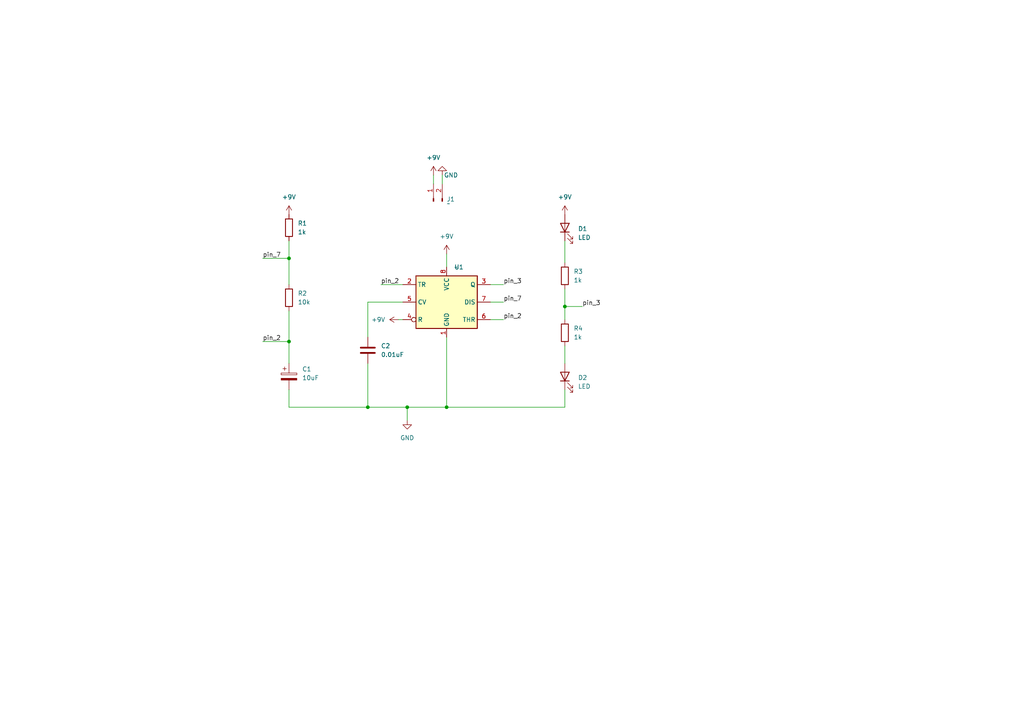
<source format=kicad_sch>
(kicad_sch (version 20230121) (generator eeschema)
  (paper "A4")
  (lib_symbols
    (symbol "Connector:Conn_01x02_Pin" (pin_names (offset 1.016) hide)
      (property "Reference" "J" (at 0 2.54 0))
      (property "Value" "Conn_01x02_Pin" (at 0 -5.08 0))
      (symbol "Conn_01x02_Pin_1_1"
        (polyline (pts (xy 1.27 -2.54) (xy 0.8636 -2.54)) (stroke (width 0.1524)))
        (polyline (pts (xy 1.27 0) (xy 0.8636 0)) (stroke (width 0.1524)))
        (rectangle (start 0.8636 -2.413) (end 0 -2.667) (stroke (width 0.1524)) (fill (type outline)))
        (rectangle (start 0.8636 0.127) (end 0 -0.127) (stroke (width 0.1524)) (fill (type outline)))
        (pin passive line (at 5.08 0 180) (length 3.81) (name "Pin_1") (number "1"))
        (pin passive line (at 5.08 -2.54 180) (length 3.81) (name "Pin_2") (number "2"))
      )
    )
    (symbol "Device:C" (pin_numbers hide) (pin_names (offset 0.254))
      (property "Reference" "C" (at 0.635 2.54 0))
      (property "Value" "C" (at 0.635 -2.54 0))
      (symbol "C_0_1"
        (polyline (pts (xy -2.032 -0.762) (xy 2.032 -0.762)) (stroke (width 0.508)))
        (polyline (pts (xy -2.032 0.762) (xy 2.032 0.762)) (stroke (width 0.508)))
      )
      (symbol "C_1_1"
        (pin passive line (at 0 3.81 270) (length 2.794) (name "~") (number "1"))
        (pin passive line (at 0 -3.81 90) (length 2.794) (name "~") (number "2"))
      )
    )
    (symbol "Device:C_Polarized" (pin_numbers hide) (pin_names (offset 0.254))
      (property "Reference" "C" (at 0.635 2.54 0))
      (property "Value" "C_Polarized" (at 0.635 -2.54 0))
      (symbol "C_Polarized_0_1"
        (rectangle (start -2.286 0.508) (end 2.286 1.016))
        (polyline (pts (xy -1.778 2.286) (xy -0.762 2.286)))
        (polyline (pts (xy -1.27 2.794) (xy -1.27 1.778)))
        (rectangle (start 2.286 -0.508) (end -2.286 -1.016) (fill (type outline)))
      )
      (symbol "C_Polarized_1_1"
        (pin passive line (at 0 3.81 270) (length 2.794) (name "~") (number "1"))
        (pin passive line (at 0 -3.81 90) (length 2.794) (name "~") (number "2"))
      )
    )
    (symbol "Device:LED" (pin_numbers hide) (pin_names (offset 1.016) hide)
      (property "Reference" "D" (at 0 2.54 0))
      (property "Value" "LED" (at 0 -2.54 0))
      (symbol "LED_0_1"
        (polyline (pts (xy -1.27 -1.27) (xy -1.27 1.27)) (stroke (width 0.254)))
        (polyline (pts (xy -1.27 0) (xy 1.27 0)))
        (polyline (pts (xy 1.27 -1.27) (xy 1.27 1.27) (xy -1.27 0) (xy 1.27 -1.27)) (stroke (width 0.254)))
        (polyline (pts (xy -3.048 -0.762) (xy -4.572 -2.286) (xy -3.81 -2.286) (xy -4.572 -2.286) (xy -4.572 -1.524)))
        (polyline (pts (xy -1.778 -0.762) (xy -3.302 -2.286) (xy -2.54 -2.286) (xy -3.302 -2.286) (xy -3.302 -1.524)))
      )
      (symbol "LED_1_1"
        (pin passive line (at -3.81 0 0) (length 2.54) (name "K") (number "1"))
        (pin passive line (at 3.81 0 180) (length 2.54) (name "A") (number "2"))
      )
    )
    (symbol "Device:R" (pin_numbers hide) (pin_names (offset 0))
      (property "Reference" "R" (at 2.032 0 90))
      (property "Value" "R" (at 0 0 90))
      (symbol "R_0_1"
        (rectangle (start -1.016 -2.54) (end 1.016 2.54) (stroke (width 0.254)))
      )
      (symbol "R_1_1"
        (pin passive line (at 0 3.81 270) (length 1.27) (name "~") (number "1"))
        (pin passive line (at 0 -3.81 90) (length 1.27) (name "~") (number "2"))
      )
    )
    (symbol "Timer:NE555D"
      (property "Reference" "U" (at -10.16 8.89 0))
      (property "Value" "NE555D" (at 2.54 8.89 0))
      (symbol "NE555D_0_0"
        (pin power_in line (at 0 -10.16 90) (length 2.54) (name "GND") (number "1"))
        (pin power_in line (at 0 10.16 270) (length 2.54) (name "VCC") (number "8"))
      )
      (symbol "NE555D_0_1"
        (rectangle (start -8.89 -7.62) (end 8.89 7.62) (stroke (width 0.254)) (fill (type background)))
        (rectangle (start -8.89 -7.62) (end 8.89 7.62) (stroke (width 0.254)) (fill (type background)))
      )
      (symbol "NE555D_1_1"
        (pin input line (at -12.7 5.08 0) (length 3.81) (name "TR") (number "2"))
        (pin output line (at 12.7 5.08 180) (length 3.81) (name "Q") (number "3"))
        (pin input inverted (at -12.7 -5.08 0) (length 3.81) (name "R") (number "4"))
        (pin input line (at -12.7 0 0) (length 3.81) (name "CV") (number "5"))
        (pin input line (at 12.7 -5.08 180) (length 3.81) (name "THR") (number "6"))
        (pin input line (at 12.7 0 180) (length 3.81) (name "DIS") (number "7"))
      )
    )
    (symbol "power:+9V" (power) (pin_names (offset 0))
      (property "Value" "+9V" (at 0 3.556 0))
      (symbol "+9V_0_1"
        (polyline (pts (xy -0.762 1.27) (xy 0 2.54)))
        (polyline (pts (xy 0 0) (xy 0 2.54)))
        (polyline (pts (xy 0 2.54) (xy 0.762 1.27)))
      )
      (symbol "+9V_1_1"
        (pin power_in line (at 0 0 90) (length 0) hide (name "+9V") (number "1"))
      )
    )
    (symbol "power:GND" (power) (pin_names (offset 0))
      (property "Value" "GND" (at 0 -3.81 0))
      (symbol "GND_0_1"
        (polyline (pts (xy 0 0) (xy 0 -1.27) (xy 1.27 -1.27) (xy 0 -2.54) (xy -1.27 -1.27) (xy 0 -1.27)))
      )
      (symbol "GND_1_1"
        (pin power_in line (at 0 0 270) (length 0) hide (name "GND") (number "1"))
      )
    )
  )
  (junction (at 106.68 118.11))
  (junction (at 83.82 74.93))
  (junction (at 83.82 99.06))
  (junction (at 163.83 88.9))
  (junction (at 129.54 118.11))
  (junction (at 118.11 118.11))
  (wire (pts (xy 168.91 88.9) (xy 163.83 88.9)))
  (wire (pts (xy 83.82 118.11) (xy 106.68 118.11)))
  (wire (pts (xy 83.82 69.85) (xy 83.82 74.93)))
  (wire (pts (xy 76.2 99.06) (xy 83.82 99.06)))
  (wire (pts (xy 129.54 73.66) (xy 129.54 77.47)))
  (wire (pts (xy 163.83 100.33) (xy 163.83 105.41)))
  (wire (pts (xy 83.82 99.06) (xy 83.82 105.41)))
  (wire (pts (xy 163.83 113.03) (xy 163.83 118.11)))
  (wire (pts (xy 125.73 50.8) (xy 125.73 53.34)))
  (wire (pts (xy 163.83 83.82) (xy 163.83 88.9)))
  (wire (pts (xy 118.11 118.11) (xy 129.54 118.11)))
  (wire (pts (xy 163.83 88.9) (xy 163.83 92.71)))
  (wire (pts (xy 128.27 50.8) (xy 128.27 53.34)))
  (wire (pts (xy 76.2 74.93) (xy 83.82 74.93)))
  (wire (pts (xy 129.54 97.79) (xy 129.54 118.11)))
  (wire (pts (xy 146.05 92.71) (xy 142.24 92.71)))
  (wire (pts (xy 106.68 97.79) (xy 106.68 87.63)))
  (wire (pts (xy 83.82 113.03) (xy 83.82 118.11)))
  (wire (pts (xy 146.05 87.63) (xy 142.24 87.63)))
  (wire (pts (xy 163.83 69.85) (xy 163.83 76.2)))
  (wire (pts (xy 118.11 118.11) (xy 118.11 121.92)))
  (wire (pts (xy 106.68 87.63) (xy 116.84 87.63)))
  (wire (pts (xy 110.49 82.55) (xy 116.84 82.55)))
  (wire (pts (xy 83.82 90.17) (xy 83.82 99.06)))
  (wire (pts (xy 83.82 74.93) (xy 83.82 82.55)))
  (wire (pts (xy 115.57 92.71) (xy 116.84 92.71)))
  (wire (pts (xy 129.54 118.11) (xy 163.83 118.11)))
  (wire (pts (xy 106.68 118.11) (xy 118.11 118.11)))
  (wire (pts (xy 146.05 82.55) (xy 142.24 82.55)))
  (wire (pts (xy 106.68 105.41) (xy 106.68 118.11)))
  (label "pin_3" (at 168.91 88.9 0))
  (label "pin_7" (at 146.05 87.63 0))
  (label "pin_2" (at 110.49 82.55 0))
  (label "pin_2" (at 76.2 99.06 0))
  (label "pin_2" (at 146.05 92.71 0))
  (label "pin_7" (at 76.2 74.93 0))
  (label "pin_3" (at 146.05 82.55 0))
  (symbol (lib_id "Device:C_Polarized") (at 83.82 109.22 0) (unit 1)
    (property "Reference" "C1" (at 87.63 107.061 0) (effects (justify left)))
    (property "Value" "10uF" (at 87.63 109.601 0) (effects (justify left)))
    (property "Footprint" "Capacitor_Tantalum_SMD:CP_EIA-3216-18_Kemet-A_Pad1.58x1.35mm_HandSolder" (effects hide))
  )
  (symbol (lib_id "power:+9V") (at 125.73 50.8 0) (unit 1)
    (property "Reference" "#PWR01" (effects hide))
    (property "Value" "+9V" (at 125.73 45.72 0))
  )
  (symbol (lib_id "Device:R") (at 83.82 86.36 0) (unit 1)
    (property "Reference" "R2" (at 86.36 85.09 0) (effects (justify left)))
    (property "Value" "10k" (at 86.36 87.63 0) (effects (justify left)))
    (property "Footprint" "Resistor_SMD:R_0805_2012Metric_Pad1.20x1.40mm_HandSolder" (effects hide))
  )
  (symbol (lib_id "power:+9V") (at 163.83 62.23 0) (unit 1)
    (property "Reference" "#PWR03" (effects hide))
    (property "Value" "+9V" (at 163.83 57.15 0))
  )
  (symbol (lib_id "Device:LED") (at 163.83 66.04 90) (unit 1)
    (property "Reference" "D1" (at 167.64 66.3575 90) (effects (justify right)))
    (property "Value" "LED" (at 167.64 68.8975 90) (effects (justify right)))
    (property "Footprint" "LED_SMD:LED_1206_3216Metric_Pad1.42x1.75mm_HandSolder" (effects hide))
  )
  (symbol (lib_id "Connector:Conn_01x02_Pin") (at 125.73 58.42 90) (unit 1)
    (property "Reference" "J1" (at 129.54 57.785 90) (effects (justify right)))
    (property "Value" "~" (at 129.54 59.055 90) (effects (justify right)))
    (property "Footprint" "Connector_JST:JST_EH_S2B-EH_1x02_P2.50mm_Horizontal" (effects hide))
  )
  (symbol (lib_id "Device:R") (at 83.82 66.04 0) (unit 1)
    (property "Reference" "R1" (at 86.36 64.77 0) (effects (justify left)))
    (property "Value" "1k" (at 86.36 67.31 0) (effects (justify left)))
    (property "Footprint" "Resistor_SMD:R_0805_2012Metric_Pad1.20x1.40mm_HandSolder" (effects hide))
  )
  (symbol (lib_id "Device:R") (at 163.83 80.01 0) (unit 1)
    (property "Reference" "R3" (at 166.37 78.74 0) (effects (justify left)))
    (property "Value" "1k" (at 166.37 81.28 0) (effects (justify left)))
    (property "Footprint" "Resistor_SMD:R_0805_2012Metric_Pad1.20x1.40mm_HandSolder" (effects hide))
  )
  (symbol (lib_id "Device:C") (at 106.68 101.6 0) (unit 1)
    (property "Reference" "C2" (at 110.49 100.33 0) (effects (justify left)))
    (property "Value" "0.01uF" (at 110.49 102.87 0) (effects (justify left)))
    (property "Footprint" "Capacitor_SMD:C_0805_2012Metric_Pad1.18x1.45mm_HandSolder" (effects hide))
  )
  (symbol (lib_id "power:GND") (at 128.27 50.8 180) (unit 1)
    (property "Reference" "#PWR07" (effects hide))
    (property "Value" "GND" (at 130.81 50.8 0))
  )
  (symbol (lib_id "power:GND") (at 118.11 121.92 0) (unit 1)
    (property "Reference" "#PWR06" (effects hide))
    (property "Value" "GND" (at 118.11 127 0))
  )
  (symbol (lib_id "Timer:NE555D") (at 129.54 87.63 0) (unit 1)
    (property "Reference" "U1" (at 131.7341 77.47 0) (effects (justify left)))
    (property "Value" "~" (at 131.7341 77.47 0) (effects (justify left)))
    (property "Footprint" "Package_SO:SOIC-8_3.9x4.9mm_P1.27mm" (effects hide))
    (property "Datasheet" "http://www.ti.com/lit/ds/symlink/ne555.pdf" (effects hide))
  )
  (symbol (lib_id "power:+9V") (at 129.54 73.66 0) (unit 1)
    (property "Reference" "#PWR04" (effects hide))
    (property "Value" "+9V" (at 129.54 68.58 0))
  )
  (symbol (lib_id "Device:LED") (at 163.83 109.22 90) (unit 1)
    (property "Reference" "D2" (at 167.64 109.5375 90) (effects (justify right)))
    (property "Value" "LED" (at 167.64 112.0775 90) (effects (justify right)))
    (property "Footprint" "LED_SMD:LED_1206_3216Metric_Pad1.42x1.75mm_HandSolder" (effects hide))
  )
  (symbol (lib_id "power:+9V") (at 83.82 62.23 0) (unit 1)
    (property "Reference" "#PWR02" (effects hide))
    (property "Value" "+9V" (at 83.82 57.15 0))
  )
  (symbol (lib_id "Device:R") (at 163.83 96.52 0) (unit 1)
    (property "Reference" "R4" (at 166.37 95.25 0) (effects (justify left)))
    (property "Value" "1k" (at 166.37 97.79 0) (effects (justify left)))
    (property "Footprint" "Resistor_SMD:R_0805_2012Metric_Pad1.20x1.40mm_HandSolder" (effects hide))
  )
  (symbol (lib_id "power:+9V") (at 115.57 92.71 90) (unit 1)
    (property "Reference" "#PWR05" (effects hide))
    (property "Value" "+9V" (at 111.76 92.71 90) (effects (justify left)))
  )
)
</source>
